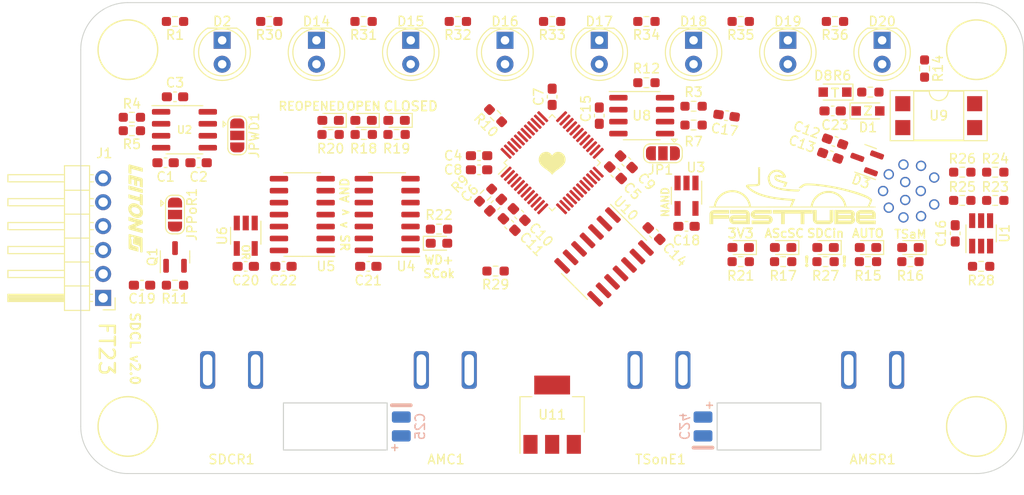
<source format=kicad_pcb>
(kicad_pcb (version 20211014) (generator pcbnew)

  (general
    (thickness 1.6)
  )

  (paper "A4")
  (layers
    (0 "F.Cu" signal)
    (1 "In1.Cu" power "3V3.Cu")
    (2 "In2.Cu" power "GND.Cu")
    (31 "B.Cu" signal)
    (33 "F.Adhes" user "F.Adhesive")
    (35 "F.Paste" user)
    (37 "F.SilkS" user "F.Silkscreen")
    (38 "B.Mask" user)
    (39 "F.Mask" user)
    (40 "Dwgs.User" user "User.Drawings")
    (41 "Cmts.User" user "User.Comments")
    (42 "Eco1.User" user "User.Eco1")
    (43 "Eco2.User" user "User.Eco2")
    (44 "Edge.Cuts" user)
    (45 "Margin" user)
    (46 "B.CrtYd" user "B.Courtyard")
    (47 "F.CrtYd" user "F.Courtyard")
    (49 "F.Fab" user)
  )

  (setup
    (stackup
      (layer "F.SilkS" (type "Top Silk Screen"))
      (layer "F.Paste" (type "Top Solder Paste"))
      (layer "F.Mask" (type "Top Solder Mask") (thickness 0.01))
      (layer "F.Cu" (type "copper") (thickness 0.035))
      (layer "dielectric 1" (type "core") (thickness 0.48) (material "FR4") (epsilon_r 4.5) (loss_tangent 0.02))
      (layer "In1.Cu" (type "copper") (thickness 0.035))
      (layer "dielectric 2" (type "prepreg") (thickness 0.48) (material "FR4") (epsilon_r 4.5) (loss_tangent 0.02))
      (layer "In2.Cu" (type "copper") (thickness 0.035))
      (layer "dielectric 3" (type "core") (thickness 0.48) (material "FR4") (epsilon_r 4.5) (loss_tangent 0.02))
      (layer "B.Cu" (type "copper") (thickness 0.035))
      (layer "B.Mask" (type "Bottom Solder Mask") (thickness 0.01))
      (layer "B.Paste" (type "Bottom Solder Paste"))
      (layer "dielectric 4" (type "Bottom Silk Screen") (thickness 0) (material "FR4") (epsilon_r 4.5) (loss_tangent 0.02))
      (copper_finish "None")
      (dielectric_constraints no)
    )
    (pad_to_mask_clearance 0)
    (pcbplotparams
      (layerselection 0x00010e0_ffffffff)
      (disableapertmacros false)
      (usegerberextensions false)
      (usegerberattributes true)
      (usegerberadvancedattributes true)
      (creategerberjobfile true)
      (svguseinch false)
      (svgprecision 6)
      (excludeedgelayer true)
      (plotframeref false)
      (viasonmask false)
      (mode 1)
      (useauxorigin false)
      (hpglpennumber 1)
      (hpglpenspeed 20)
      (hpglpendiameter 15.000000)
      (dxfpolygonmode true)
      (dxfimperialunits true)
      (dxfusepcbnewfont true)
      (psnegative false)
      (psa4output false)
      (plotreference true)
      (plotvalue true)
      (plotinvisibletext false)
      (sketchpadsonfab false)
      (subtractmaskfromsilk false)
      (outputformat 1)
      (mirror false)
      (drillshape 0)
      (scaleselection 1)
      (outputdirectory "export/")
    )
  )

  (net 0 "")
  (net 1 "GND")
  (net 2 "+3V3")
  (net 3 "NRST")
  (net 4 "+12V")
  (net 5 "AMC")
  (net 6 "TRACESWO")
  (net 7 "SWDIO")
  (net 8 "SWCLK")
  (net 9 "Net-(R12-Pad1)")
  (net 10 "AMSRin")
  (net 11 "AMSRout")
  (net 12 "+3.3V")
  (net 13 "/CAN TRX/CAN_H")
  (net 14 "/CAN TRX/CAN_L")
  (net 15 "Net-(C19-Pad1)")
  (net 16 "/Connections/SDC_in_3V3")
  (net 17 "Net-(D2-Pad1)")
  (net 18 "Net-(D2-Pad2)")
  (net 19 "Net-(D4-Pad2)")
  (net 20 "/Backup AMI/AMI0")
  (net 21 "Net-(D15-Pad1)")
  (net 22 "/Backup AMI/AMI1")
  (net 23 "Net-(D16-Pad1)")
  (net 24 "/Backup AMI/AMI2")
  (net 25 "Net-(D17-Pad1)")
  (net 26 "/Backup AMI/AMI3")
  (net 27 "Net-(D18-Pad1)")
  (net 28 "/Backup AMI/AMI4")
  (net 29 "Net-(D19-Pad1)")
  (net 30 "/Backup AMI/AMI5")
  (net 31 "Net-(D20-Pad1)")
  (net 32 "/Backup AMI/AMI6")
  (net 33 "Net-(J2-Pad1)")
  (net 34 "Net-(J2-Pad9)")
  (net 35 "Net-(R14-Pad2)")
  (net 36 "Net-(R10-Pad1)")
  (net 37 "Net-(D5-Pad2)")
  (net 38 "Net-(D6-Pad2)")
  (net 39 "Net-(D7-Pad2)")
  (net 40 "Net-(D9-Pad2)")
  (net 41 "Net-(D10-Pad2)")
  (net 42 "Net-(D11-Pad2)")
  (net 43 "Net-(D12-Pad2)")
  (net 44 "Net-(D13-Pad2)")
  (net 45 "/Non-Programmable Logic/~{WDO}")
  (net 46 "/Non-Programmable Logic/RP")
  (net 47 "/Non-Programmable Logic/WP")
  (net 48 "/Non-Programmable Logic/correct_button_pressed")
  (net 49 "/Non-Programmable Logic/close_while_allowed")
  (net 50 "/Non-Programmable Logic/~{reset_all}")
  (net 51 "/Non-Programmable Logic/closing_allowed")
  (net 52 "/Non-Programmable Logic/~{reopen}")
  (net 53 "/Non-Programmable Logic/WD_and_SDCin_ok")
  (net 54 "/Non-Programmable Logic/~{try_close}")
  (net 55 "unconnected-(J2-Pad11)")
  (net 56 "unconnected-(J2-Pad12)")
  (net 57 "Net-(JPPoR1-Pad1)")
  (net 58 "/Connections/SDC_out")
  (net 59 "/Connections/SDC_in")
  (net 60 "/Connections/TS_activate_dash")
  (net 61 "/Controller/Watchdog")
  (net 62 "WD_OK")
  (net 63 "/CAN TRX/CAN_TX")
  (net 64 "/CAN TRX/CAN_RX")
  (net 65 "Net-(D14-Pad1)")
  (net 66 "/Connections/ASMS")
  (net 67 "/Buttons/~{SDC_reset}")
  (net 68 "/Controller/AS_close_SDC")
  (net 69 "CLOSED")
  (net 70 "INITIAL_OPEN")
  (net 71 "REOPENED")
  (net 72 "/Buttons/TS_activate_ext")
  (net 73 "/Controller/SDC_is_ready")
  (net 74 "unconnected-(U7-Pad2)")
  (net 75 "unconnected-(U7-Pad3)")
  (net 76 "unconnected-(U7-Pad4)")
  (net 77 "unconnected-(U7-Pad5)")
  (net 78 "unconnected-(U7-Pad6)")
  (net 79 "Net-(U10-Pad2)")
  (net 80 "Net-(U10-Pad4)")
  (net 81 "Net-(U10-Pad6)")
  (net 82 "Net-(U10-Pad8)")
  (net 83 "Net-(U10-Pad10)")
  (net 84 "Net-(U10-Pad12)")
  (net 85 "unconnected-(U7-Pad18)")
  (net 86 "unconnected-(U7-Pad20)")
  (net 87 "unconnected-(U7-Pad25)")
  (net 88 "unconnected-(U7-Pad26)")
  (net 89 "unconnected-(U7-Pad27)")
  (net 90 "unconnected-(U7-Pad28)")
  (net 91 "ASB_error")
  (net 92 "unconnected-(U7-Pad40)")
  (net 93 "/CAN TRX/Vref")
  (net 94 "Net-(JP1-Pad2)")

  (footprint "Capacitor_SMD:C_0603_1608Metric_Pad1.08x0.95mm_HandSolder" (layer "F.Cu") (at 109 67))

  (footprint "Capacitor_SMD:C_0603_1608Metric_Pad1.08x0.95mm_HandSolder" (layer "F.Cu") (at 112.5 67))

  (footprint "Capacitor_SMD:C_0603_1608Metric_Pad1.08x0.95mm_HandSolder" (layer "F.Cu") (at 110 60 180))

  (footprint "Capacitor_SMD:C_0603_1608Metric_Pad1.08x0.95mm_HandSolder" (layer "F.Cu") (at 142.25 66.25 180))

  (footprint "Capacitor_SMD:C_0603_1608Metric_Pad1.08x0.95mm_HandSolder" (layer "F.Cu") (at 156.717515 68.06066 -45))

  (footprint "Capacitor_SMD:C_0603_1608Metric_Pad1.08x0.95mm_HandSolder" (layer "F.Cu") (at 144 71.5 -135))

  (footprint "Capacitor_SMD:C_0603_1608Metric_Pad1.08x0.95mm_HandSolder" (layer "F.Cu") (at 150 60 90))

  (footprint "Capacitor_SMD:C_0603_1608Metric_Pad1.08x0.95mm_HandSolder" (layer "F.Cu") (at 142.25 67.75 180))

  (footprint "Capacitor_SMD:C_0603_1608Metric_Pad1.08x0.95mm_HandSolder" (layer "F.Cu") (at 157.867538 66.897577 -45))

  (footprint "Capacitor_SMD:C_0603_1608Metric_Pad1.08x0.95mm_HandSolder" (layer "F.Cu") (at 146.5 72.5 135))

  (footprint "Capacitor_SMD:C_0603_1608Metric_Pad1.08x0.95mm_HandSolder" (layer "F.Cu") (at 145.43934 73.56066 135))

  (footprint "Capacitor_SMD:C_0603_1608Metric_Pad1.08x0.95mm_HandSolder" (layer "F.Cu") (at 180 64.75 -20))

  (footprint "Capacitor_SMD:C_0603_1608Metric_Pad1.08x0.95mm_HandSolder" (layer "F.Cu") (at 179.5 66.25 160))

  (footprint "Package_TO_SOT_SMD:SOT-23-5_HandSoldering" (layer "F.Cu") (at 164.25 70.5 -90))

  (footprint "Capacitor_SMD:C_0603_1608Metric_Pad1.08x0.95mm_HandSolder" (layer "F.Cu") (at 155 62 90))

  (footprint "Package_TO_SOT_SMD:SOT-23-5_HandSoldering" (layer "F.Cu") (at 117.5 74.75 -90))

  (footprint "Resistor_SMD:R_0603_1608Metric_Pad0.98x0.95mm_HandSolder" (layer "F.Cu") (at 105.423313 62.172844))

  (footprint "Resistor_SMD:R_0603_1608Metric_Pad0.98x0.95mm_HandSolder" (layer "F.Cu") (at 105.423313 63.600757 180))

  (footprint "Resistor_SMD:R_0603_1608Metric_Pad0.98x0.95mm_HandSolder" (layer "F.Cu") (at 183.75 59.5 180))

  (footprint "Resistor_SMD:R_0603_1608Metric_Pad0.98x0.95mm_HandSolder" (layer "F.Cu") (at 142.93934 70.43934 45))

  (footprint "Resistor_SMD:R_0603_1608Metric_Pad0.98x0.95mm_HandSolder" (layer "F.Cu") (at 144 62 135))

  (footprint "Resistor_SMD:R_0603_1608Metric_Pad0.98x0.95mm_HandSolder" (layer "F.Cu") (at 160 58.5 180))

  (footprint "Package_TO_SOT_SMD:SOT-23-6_Handsoldering" (layer "F.Cu") (at 195.5 74.5 90))

  (footprint "Package_SO:SOIC-8_3.9x4.9mm_P1.27mm" (layer "F.Cu") (at 111 63.5))

  (footprint "Package_SO:SOIC-14_3.9x8.7mm_P1.27mm" (layer "F.Cu") (at 132.5 72.5 180))

  (footprint "Package_SO:SOIC-14_3.9x8.7mm_P1.27mm" (layer "F.Cu") (at 123.5 72.503922 180))

  (footprint "Package_QFP:LQFP-48_7x7mm_P0.5mm" (layer "F.Cu") (at 150 67 45))

  (footprint "Package_SO:SOIC-8_3.9x4.9mm_P1.27mm" (layer "F.Cu") (at 159.5 62))

  (footprint "Resistor_SMD:R_0603_1608Metric_Pad0.98x0.95mm_HandSolder" (layer "F.Cu") (at 189.5 57 -90))

  (footprint "Package_DIP:DIP-4_W7.62mm_SMDSocket_SmallPads" (layer "F.Cu") (at 191 62))

  (footprint "Capacitor_SMD:C_0603_1608Metric_Pad1.08x0.95mm_HandSolder" (layer "F.Cu") (at 192.75 74.5 90))

  (footprint "Capacitor_SMD:C_0603_1608Metric_Pad1.08x0.95mm_HandSolder" (layer "F.Cu") (at 164.25 73.75))

  (footprint "Capacitor_SMD:C_0603_1608Metric_Pad1.08x0.95mm_HandSolder" (layer "F.Cu") (at 117.5 78))

  (footprint "Capacitor_SMD:C_0603_1608Metric_Pad1.08x0.95mm_HandSolder" (layer "F.Cu") (at 130.5 78 180))

  (footprint "Capacitor_SMD:C_0603_1608Metric_Pad1.08x0.95mm_HandSolder" (layer "F.Cu") (at 121.5 78 180))

  (footprint "Diode_SMD:D_0603_1608Metric_Pad1.05x0.95mm_HandSolder" (layer "F.Cu") (at 183.5 76 180))

  (footprint "Diode_SMD:D_0603_1608Metric_Pad1.05x0.95mm_HandSolder" (layer "F.Cu") (at 188 76 180))

  (footprint "Diode_SMD:D_0603_1608Metric_Pad1.05x0.95mm_HandSolder" (layer "F.Cu") (at 174.5 76 180))

  (footprint "Diode_SMD:D_0603_1608Metric_Pad1.05x0.95mm_HandSolder" (layer "F.Cu") (at 130 62.5 180))

  (footprint "Diode_SMD:D_0603_1608Metric_Pad1.05x0.95mm_HandSolder" (layer "F.Cu") (at 133.5 62.5 180))

  (footprint "Diode_SMD:D_0603_1608Metric_Pad1.05x0.95mm_HandSolder" (layer "F.Cu") (at 126.5 62.5 180))

  (footprint "Diode_SMD:D_0603_1608Metric_Pad1.05x0.95mm_HandSolder" (layer "F.Cu") (at 170 76 180))

  (footprint "Resistor_SMD:R_0603_1608Metric_Pad0.98x0.95mm_HandSolder" (layer "F.Cu") (at 183.5 77.5 180))

  (footprint "Resistor_SMD:R_0603_1608Metric_Pad0.98x0.95mm_HandSolder" (layer "F.Cu") (at 188 77.5))

  (footprint "Diode_SMD:D_0603_1608Metric_Pad1.05x0.95mm_HandSolder" (layer "F.Cu") (at 138 75.545))

  (footprint "Resistor_SMD:R_0603_1608Metric_Pad0.98x0.95mm_HandSolder" (layer "F.Cu") (at 174.5 77.5 180))

  (footprint "Resistor_SMD:R_0603_1608Metric_Pad0.98x0.95mm_HandSolder" (layer "F.Cu") (at 130.016666 64 180))

  (footprint "Resistor_SMD:R_0603_1608Metric_Pad0.98x0.95mm_HandSolder" (layer "F.Cu") (at 133.5 64 180))

  (footprint "Resistor_SMD:R_0603_1608Metric_Pad0.98x0.95mm_HandSolder" (layer "F.Cu") (at 126.5 64 180))

  (footprint "Resistor_SMD:R_0603_1608Metric_Pad0.98x0.95mm_HandSolder" (layer "F.Cu") (at 170 77.5 180))

  (footprint "Resistor_SMD:R_0603_1608Metric_Pad0.98x0.95mm_HandSolder" (layer "F.Cu") (at 138 74.045 180))

  (footprint "Capacitor_SMD:C_0603_1608Metric_Pad1.08x0.95mm_HandSolder" (layer "F.Cu") (at 179.75 61.5))

  (footprint "Diode_SMD:D_SOD-323_HandSoldering" (layer "F.Cu") (at 180 59.5 180))

  (footprint "MountingHole:MountingHole_3.2mm_M3" (layer "F.Cu")
    (tedit 56D1B4CB) (tstamp 00000000-0000-0000-0000-000061bee488)
    (at 105 55 180)
    (descr "Mounting Hole 3.2mm, no annular, M3")
    (tags "mounting hole 3.2mm no annular m3")
    (property "Sheetfile" "connections.kicad_sch")
    (property "Sheetname" "Connections")
    (path "/00000000-0000-0000-0000-000061bba8ea/00000000-0000-0000-0000-000061bd2819")
    (attr exclude_from_pos_files)
    (fp_text reference "H1" (at 0 -4.2) (layer "F.SilkS") hide
      (effects (font (size 1 1) (thickness 0.15)))
      (tstamp 47fadd5d-e63f-4824-9b10-de5d2fb6df9a)
    )
    (fp_text value "MountingHole" (at 0 4.2) (layer "F.Fab")
      (effects (font (size 1 1) (thickness 0.15)))
      (tstamp 1c823e0b-a9cf-4241-96e0-8c775a87c35a)
    )
    (fp_text user "${
... [511581 chars truncated]
</source>
